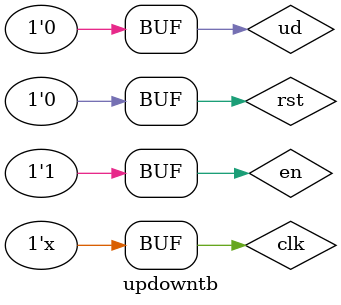
<source format=v>
module updowntb();
reg clk,rst,ud,en;
wire [2:0] count;

updown d1(.clk(clk),.rst(rst),.en(en),.ud(ud),.count(count));

always #5 clk=~clk;

initial
begin
clk<=1'b0;
rst<=1;
en<=0;
end

initial
begin
#10; ud=1; rst=0; en=1;
#320; ud=0; rst=0; en=1;

 end

initial
$monitor($time,"en=%b",en,"rst= %b",rst,"ud=%b",ud,"count= %d",count);
endmodule

</source>
